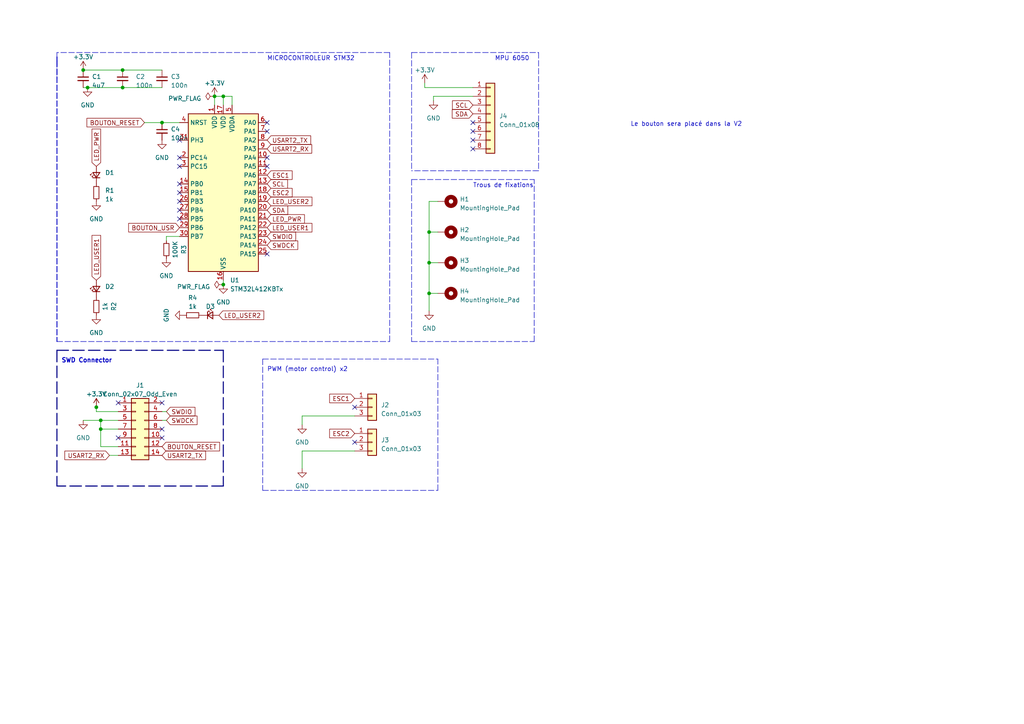
<source format=kicad_sch>
(kicad_sch (version 20230121) (generator eeschema)
  (paper "A4")
  (lib_symbols
    (symbol "Connector_Generic:Conn_01x03" (pin_names (offset 1.016) hide)
      (property "Reference" "J" (at 0 5.08 0))
      (property "Value" "Conn_01x03" (at 0 -5.08 0))
      (symbol "Conn_01x03_1_1"
        (rectangle (start -1.27 -2.413) (end 0 -2.667) (stroke (width 0.1524)))
        (rectangle (start -1.27 0.127) (end 0 -0.127) (stroke (width 0.1524)))
        (rectangle (start -1.27 2.667) (end 0 2.413) (stroke (width 0.1524)))
        (rectangle (start -1.27 3.81) (end 1.27 -3.81) (stroke (width 0.254)) (fill (type background)))
        (pin passive line (at -5.08 2.54 0) (length 3.81) (name "Pin_1") (number "1"))
        (pin passive line (at -5.08 0 0) (length 3.81) (name "Pin_2") (number "2"))
        (pin passive line (at -5.08 -2.54 0) (length 3.81) (name "Pin_3") (number "3"))
      )
    )
    (symbol "Connector_Generic:Conn_01x08" (pin_names (offset 1.016) hide)
      (property "Reference" "J" (at 0 10.16 0))
      (property "Value" "Conn_01x08" (at 0 -12.7 0))
      (symbol "Conn_01x08_1_1"
        (rectangle (start -1.27 -10.033) (end 0 -10.287) (stroke (width 0.1524)))
        (rectangle (start -1.27 -7.493) (end 0 -7.747) (stroke (width 0.1524)))
        (rectangle (start -1.27 -4.953) (end 0 -5.207) (stroke (width 0.1524)))
        (rectangle (start -1.27 -2.413) (end 0 -2.667) (stroke (width 0.1524)))
        (rectangle (start -1.27 0.127) (end 0 -0.127) (stroke (width 0.1524)))
        (rectangle (start -1.27 2.667) (end 0 2.413) (stroke (width 0.1524)))
        (rectangle (start -1.27 5.207) (end 0 4.953) (stroke (width 0.1524)))
        (rectangle (start -1.27 7.747) (end 0 7.493) (stroke (width 0.1524)))
        (rectangle (start -1.27 8.89) (end 1.27 -11.43) (stroke (width 0.254)) (fill (type background)))
        (pin passive line (at -5.08 7.62 0) (length 3.81) (name "Pin_1") (number "1"))
        (pin passive line (at -5.08 5.08 0) (length 3.81) (name "Pin_2") (number "2"))
        (pin passive line (at -5.08 2.54 0) (length 3.81) (name "Pin_3") (number "3"))
        (pin passive line (at -5.08 0 0) (length 3.81) (name "Pin_4") (number "4"))
        (pin passive line (at -5.08 -2.54 0) (length 3.81) (name "Pin_5") (number "5"))
        (pin passive line (at -5.08 -5.08 0) (length 3.81) (name "Pin_6") (number "6"))
        (pin passive line (at -5.08 -7.62 0) (length 3.81) (name "Pin_7") (number "7"))
        (pin passive line (at -5.08 -10.16 0) (length 3.81) (name "Pin_8") (number "8"))
      )
    )
    (symbol "Connector_Generic:Conn_02x07_Odd_Even" (pin_names (offset 1.016) hide)
      (property "Reference" "J" (at 1.27 10.16 0))
      (property "Value" "Conn_02x07_Odd_Even" (at 1.27 -10.16 0))
      (symbol "Conn_02x07_Odd_Even_1_1"
        (rectangle (start -1.27 -7.493) (end 0 -7.747) (stroke (width 0.1524)))
        (rectangle (start -1.27 -4.953) (end 0 -5.207) (stroke (width 0.1524)))
        (rectangle (start -1.27 -2.413) (end 0 -2.667) (stroke (width 0.1524)))
        (rectangle (start -1.27 0.127) (end 0 -0.127) (stroke (width 0.1524)))
        (rectangle (start -1.27 2.667) (end 0 2.413) (stroke (width 0.1524)))
        (rectangle (start -1.27 5.207) (end 0 4.953) (stroke (width 0.1524)))
        (rectangle (start -1.27 7.747) (end 0 7.493) (stroke (width 0.1524)))
        (rectangle (start -1.27 8.89) (end 3.81 -8.89) (stroke (width 0.254)) (fill (type background)))
        (rectangle (start 3.81 -7.493) (end 2.54 -7.747) (stroke (width 0.1524)))
        (rectangle (start 3.81 -4.953) (end 2.54 -5.207) (stroke (width 0.1524)))
        (rectangle (start 3.81 -2.413) (end 2.54 -2.667) (stroke (width 0.1524)))
        (rectangle (start 3.81 0.127) (end 2.54 -0.127) (stroke (width 0.1524)))
        (rectangle (start 3.81 2.667) (end 2.54 2.413) (stroke (width 0.1524)))
        (rectangle (start 3.81 5.207) (end 2.54 4.953) (stroke (width 0.1524)))
        (rectangle (start 3.81 7.747) (end 2.54 7.493) (stroke (width 0.1524)))
        (pin passive line (at -5.08 7.62 0) (length 3.81) (name "Pin_1") (number "1"))
        (pin passive line (at 7.62 -2.54 180) (length 3.81) (name "Pin_10") (number "10"))
        (pin passive line (at -5.08 -5.08 0) (length 3.81) (name "Pin_11") (number "11"))
        (pin passive line (at 7.62 -5.08 180) (length 3.81) (name "Pin_12") (number "12"))
        (pin passive line (at -5.08 -7.62 0) (length 3.81) (name "Pin_13") (number "13"))
        (pin passive line (at 7.62 -7.62 180) (length 3.81) (name "Pin_14") (number "14"))
        (pin passive line (at 7.62 7.62 180) (length 3.81) (name "Pin_2") (number "2"))
        (pin passive line (at -5.08 5.08 0) (length 3.81) (name "Pin_3") (number "3"))
        (pin passive line (at 7.62 5.08 180) (length 3.81) (name "Pin_4") (number "4"))
        (pin passive line (at -5.08 2.54 0) (length 3.81) (name "Pin_5") (number "5"))
        (pin passive line (at 7.62 2.54 180) (length 3.81) (name "Pin_6") (number "6"))
        (pin passive line (at -5.08 0 0) (length 3.81) (name "Pin_7") (number "7"))
        (pin passive line (at 7.62 0 180) (length 3.81) (name "Pin_8") (number "8"))
        (pin passive line (at -5.08 -2.54 0) (length 3.81) (name "Pin_9") (number "9"))
      )
    )
    (symbol "Device:C_Small" (pin_numbers hide) (pin_names (offset 0.254) hide)
      (property "Reference" "C" (at 0.254 1.778 0))
      (property "Value" "C_Small" (at 0.254 -2.032 0))
      (symbol "C_Small_0_1"
        (polyline (pts (xy -1.524 -0.508) (xy 1.524 -0.508)) (stroke (width 0.3302)))
        (polyline (pts (xy -1.524 0.508) (xy 1.524 0.508)) (stroke (width 0.3048)))
      )
      (symbol "C_Small_1_1"
        (pin passive line (at 0 2.54 270) (length 2.032) (name "~") (number "1"))
        (pin passive line (at 0 -2.54 90) (length 2.032) (name "~") (number "2"))
      )
    )
    (symbol "Device:LED_Small" (pin_numbers hide) (pin_names (offset 0.254) hide)
      (property "Reference" "D" (at -1.27 3.175 0))
      (property "Value" "LED_Small" (at -4.445 -2.54 0))
      (symbol "LED_Small_0_1"
        (polyline (pts (xy -0.762 -1.016) (xy -0.762 1.016)) (stroke (width 0.254)))
        (polyline (pts (xy 1.016 0) (xy -0.762 0)))
        (polyline (pts (xy 0.762 -1.016) (xy -0.762 0) (xy 0.762 1.016) (xy 0.762 -1.016)) (stroke (width 0.254)))
        (polyline (pts (xy 0 0.762) (xy -0.508 1.27) (xy -0.254 1.27) (xy -0.508 1.27) (xy -0.508 1.016)))
        (polyline (pts (xy 0.508 1.27) (xy 0 1.778) (xy 0.254 1.778) (xy 0 1.778) (xy 0 1.524)))
      )
      (symbol "LED_Small_1_1"
        (pin passive line (at -2.54 0 0) (length 1.778) (name "K") (number "1"))
        (pin passive line (at 2.54 0 180) (length 1.778) (name "A") (number "2"))
      )
    )
    (symbol "Device:R_Small" (pin_numbers hide) (pin_names (offset 0.254) hide)
      (property "Reference" "R" (at 0.762 0.508 0))
      (property "Value" "R_Small" (at 0.762 -1.016 0))
      (symbol "R_Small_0_1"
        (rectangle (start -0.762 1.778) (end 0.762 -1.778) (stroke (width 0.2032)))
      )
      (symbol "R_Small_1_1"
        (pin passive line (at 0 2.54 270) (length 0.762) (name "~") (number "1"))
        (pin passive line (at 0 -2.54 90) (length 0.762) (name "~") (number "2"))
      )
    )
    (symbol "MCU_ST_STM32L4:STM32L412KBTx"
      (property "Reference" "U" (at -10.16 24.13 0))
      (property "Value" "STM32L412KBTx" (at 5.08 24.13 0))
      (symbol "STM32L412KBTx_0_1"
        (rectangle (start -10.16 22.86) (end 10.16 -22.86) (stroke (width 0.254)) (fill (type background)))
      )
      (symbol "STM32L412KBTx_1_1"
        (pin power_in line (at -2.54 25.4 270) (length 2.54) (name "VDD") (number "1"))
        (pin bidirectional line (at 12.7 10.16 180) (length 2.54) (name "PA4") (number "10"))
        (pin bidirectional line (at 12.7 7.62 180) (length 2.54) (name "PA5") (number "11"))
        (pin bidirectional line (at 12.7 5.08 180) (length 2.54) (name "PA6") (number "12"))
        (pin bidirectional line (at 12.7 2.54 180) (length 2.54) (name "PA7") (number "13"))
        (pin bidirectional line (at -12.7 2.54 0) (length 2.54) (name "PB0") (number "14"))
        (pin bidirectional line (at -12.7 0 0) (length 2.54) (name "PB1") (number "15"))
        (pin power_in line (at 0 -25.4 90) (length 2.54) (name "VSS") (number "16"))
        (pin power_in line (at 0 25.4 270) (length 2.54) (name "VDD") (number "17"))
        (pin bidirectional line (at 12.7 0 180) (length 2.54) (name "PA8") (number "18"))
        (pin bidirectional line (at 12.7 -2.54 180) (length 2.54) (name "PA9") (number "19"))
        (pin bidirectional line (at -12.7 10.16 0) (length 2.54) (name "PC14") (number "2"))
        (pin bidirectional line (at 12.7 -5.08 180) (length 2.54) (name "PA10") (number "20"))
        (pin bidirectional line (at 12.7 -7.62 180) (length 2.54) (name "PA11") (number "21"))
        (pin bidirectional line (at 12.7 -10.16 180) (length 2.54) (name "PA12") (number "22"))
        (pin bidirectional line (at 12.7 -12.7 180) (length 2.54) (name "PA13") (number "23"))
        (pin bidirectional line (at 12.7 -15.24 180) (length 2.54) (name "PA14") (number "24"))
        (pin bidirectional line (at 12.7 -17.78 180) (length 2.54) (name "PA15") (number "25"))
        (pin bidirectional line (at -12.7 -2.54 0) (length 2.54) (name "PB3") (number "26"))
        (pin bidirectional line (at -12.7 -5.08 0) (length 2.54) (name "PB4") (number "27"))
        (pin bidirectional line (at -12.7 -7.62 0) (length 2.54) (name "PB5") (number "28"))
        (pin bidirectional line (at -12.7 -10.16 0) (length 2.54) (name "PB6") (number "29"))
        (pin bidirectional line (at -12.7 7.62 0) (length 2.54) (name "PC15") (number "3"))
        (pin bidirectional line (at -12.7 -12.7 0) (length 2.54) (name "PB7") (number "30"))
        (pin bidirectional line (at -12.7 15.24 0) (length 2.54) (name "PH3") (number "31"))
        (pin passive line (at 0 -25.4 90) (length 2.54) hide (name "VSS") (number "32"))
        (pin input line (at -12.7 20.32 0) (length 2.54) (name "NRST") (number "4"))
        (pin power_in line (at 2.54 25.4 270) (length 2.54) (name "VDDA") (number "5"))
        (pin bidirectional line (at 12.7 20.32 180) (length 2.54) (name "PA0") (number "6"))
        (pin bidirectional line (at 12.7 17.78 180) (length 2.54) (name "PA1") (number "7"))
        (pin bidirectional line (at 12.7 15.24 180) (length 2.54) (name "PA2") (number "8"))
        (pin bidirectional line (at 12.7 12.7 180) (length 2.54) (name "PA3") (number "9"))
      )
    )
    (symbol "Mechanical:MountingHole_Pad" (pin_numbers hide) (pin_names (offset 1.016) hide)
      (property "Reference" "H" (at 0 6.35 0))
      (property "Value" "MountingHole_Pad" (at 0 4.445 0))
      (symbol "MountingHole_Pad_0_1"
        (circle (center 0 1.27) (radius 1.27) (stroke (width 1.27)))
      )
      (symbol "MountingHole_Pad_1_1"
        (pin input line (at 0 -2.54 90) (length 2.54) (name "1") (number "1"))
      )
    )
    (symbol "power:+3.3V" (power) (pin_names (offset 0))
      (property "Value" "+3.3V" (at 0 3.556 0))
      (symbol "+3.3V_0_1"
        (polyline (pts (xy -0.762 1.27) (xy 0 2.54)))
        (polyline (pts (xy 0 0) (xy 0 2.54)))
        (polyline (pts (xy 0 2.54) (xy 0.762 1.27)))
      )
      (symbol "+3.3V_1_1"
        (pin power_in line (at 0 0 90) (length 0) hide (name "+3.3V") (number "1"))
      )
    )
    (symbol "power:GND" (power) (pin_names (offset 0))
      (property "Value" "GND" (at 0 -3.81 0))
      (symbol "GND_0_1"
        (polyline (pts (xy 0 0) (xy 0 -1.27) (xy 1.27 -1.27) (xy 0 -2.54) (xy -1.27 -1.27) (xy 0 -1.27)))
      )
      (symbol "GND_1_1"
        (pin power_in line (at 0 0 270) (length 0) hide (name "GND") (number "1"))
      )
    )
    (symbol "power:PWR_FLAG" (power) (pin_numbers hide) (pin_names (offset 0) hide)
      (property "Value" "PWR_FLAG" (at 0 3.81 0))
      (symbol "PWR_FLAG_0_0"
        (pin power_out line (at 0 0 90) (length 0) (name "pwr") (number "1"))
      )
      (symbol "PWR_FLAG_0_1"
        (polyline (pts (xy 0 0) (xy 0 1.27) (xy -1.016 1.905) (xy 0 2.54) (xy 1.016 1.905) (xy 0 1.27)))
      )
    )
  )
  (junction (at 29.21 121.92))
  (junction (at 24.13 20.32))
  (junction (at 29.21 124.46))
  (junction (at 35.56 20.32))
  (junction (at 64.77 82.55))
  (junction (at 46.99 35.56))
  (junction (at 124.46 76.2))
  (junction (at 64.77 27.94))
  (junction (at 62.23 27.94))
  (junction (at 124.46 85.09))
  (junction (at 25.4 25.4))
  (junction (at 35.56 25.4))
  (junction (at 27.94 118.11))
  (junction (at 124.46 67.31))
  (no_connect (at 77.47 35.56))
  (no_connect (at 52.07 58.42))
  (no_connect (at 34.29 127))
  (no_connect (at 137.16 43.18))
  (no_connect (at 46.99 116.84))
  (no_connect (at 46.99 127))
  (no_connect (at 137.16 38.1))
  (no_connect (at 102.87 118.11))
  (no_connect (at 77.47 38.1))
  (no_connect (at 46.99 124.46))
  (no_connect (at 77.47 73.66))
  (no_connect (at 52.07 53.34))
  (no_connect (at 52.07 55.88))
  (no_connect (at 52.07 40.64))
  (no_connect (at 77.47 48.26))
  (no_connect (at 34.29 116.84))
  (no_connect (at 102.87 128.27))
  (no_connect (at 52.07 63.5))
  (no_connect (at 137.16 40.64))
  (no_connect (at 52.07 45.72))
  (no_connect (at 52.07 60.96))
  (no_connect (at 52.07 48.26))
  (no_connect (at 77.47 45.72))
  (no_connect (at 137.16 35.56))
  (polyline (pts (xy 16.51 17.78) (xy 16.51 99.06)) (stroke (width 0) (type dash)))
  (polyline (pts (xy 16.51 17.78) (xy 16.51 99.06)) (stroke (width 0) (type dash)))
  (wire (pts (xy 123.19 25.4) (xy 123.19 24.13)))
  (wire (pts (xy 67.31 27.94) (xy 67.31 30.48)))
  (wire (pts (xy 124.46 76.2) (xy 124.46 85.09)))
  (polyline (pts (xy 156.21 15.24) (xy 156.21 49.53)) (stroke (width 0) (type dash)))
  (polyline (pts (xy 16.51 16.51) (xy 16.51 17.78)) (stroke (width 0) (type dash)))
  (wire (pts (xy 27.94 119.38) (xy 27.94 118.11)))
  (wire (pts (xy 64.77 27.94) (xy 62.23 27.94)))
  (wire (pts (xy 41.91 35.56) (xy 46.99 35.56)))
  (polyline (pts (xy 16.51 17.78) (xy 16.51 99.06)) (stroke (width 0) (type dash)))
  (polyline (pts (xy 16.51 99.06) (xy 113.03 99.06)) (stroke (width 0) (type dash)))
  (polyline (pts (xy 16.51 15.24) (xy 16.51 22.86)) (stroke (width 0) (type dash)))
  (wire (pts (xy 125.73 29.21) (xy 125.73 27.94)))
  (polyline (pts (xy 119.38 52.07) (xy 119.38 99.06)) (stroke (width 0) (type dash)))
  (polyline (pts (xy 119.38 52.07) (xy 154.94 52.07)) (stroke (width 0) (type dash)))
  (polyline (pts (xy 156.21 49.53) (xy 119.38 49.53)) (stroke (width 0) (type dash)))
  (polyline (pts (xy 76.2 142.24) (xy 127 142.24)) (stroke (width 0) (type dash)))
  (polyline (pts (xy 127 142.24) (xy 127 104.14)) (stroke (width 0) (type dash)))
  (wire (pts (xy 124.46 58.42) (xy 124.46 67.31)))
  (bus (pts (xy 16.51 101.6) (xy 64.77 101.6)) (stroke (width 0) (type dash)))
  (wire (pts (xy 48.26 119.38) (xy 46.99 119.38)))
  (wire (pts (xy 48.26 69.85) (xy 48.26 68.58)))
  (bus (pts (xy 64.77 101.6) (xy 64.77 140.97)) (stroke (width 0) (type dash)))
  (wire (pts (xy 46.99 35.56) (xy 52.07 35.56)))
  (wire (pts (xy 64.77 27.94) (xy 67.31 27.94)))
  (wire (pts (xy 35.56 20.32) (xy 46.99 20.32)))
  (wire (pts (xy 87.63 135.89) (xy 87.63 130.81)))
  (wire (pts (xy 64.77 30.48) (xy 64.77 27.94)))
  (wire (pts (xy 62.23 27.94) (xy 62.23 30.48)))
  (wire (pts (xy 24.13 121.92) (xy 29.21 121.92)))
  (polyline (pts (xy 113.03 99.06) (xy 113.03 15.24)) (stroke (width 0) (type dash)))
  (wire (pts (xy 24.13 20.32) (xy 35.56 20.32)))
  (polyline (pts (xy 76.2 104.14) (xy 76.2 142.24)) (stroke (width 0) (type dash)))
  (wire (pts (xy 87.63 123.19) (xy 87.63 120.65)))
  (wire (pts (xy 127 58.42) (xy 124.46 58.42)))
  (wire (pts (xy 29.21 121.92) (xy 34.29 121.92)))
  (wire (pts (xy 48.26 68.58) (xy 52.07 68.58)))
  (wire (pts (xy 64.77 82.55) (xy 64.77 81.28)))
  (wire (pts (xy 124.46 67.31) (xy 124.46 76.2)))
  (wire (pts (xy 24.13 25.4) (xy 25.4 25.4)))
  (wire (pts (xy 29.21 121.92) (xy 29.21 124.46)))
  (polyline (pts (xy 16.51 17.78) (xy 16.51 19.05)) (stroke (width 0) (type dash)))
  (polyline (pts (xy 119.38 99.06) (xy 154.94 99.06)) (stroke (width 0) (type dash)))
  (wire (pts (xy 124.46 85.09) (xy 127 85.09)))
  (wire (pts (xy 31.75 132.08) (xy 34.29 132.08)))
  (wire (pts (xy 29.21 124.46) (xy 29.21 129.54)))
  (polyline (pts (xy 16.51 16.51) (xy 16.51 17.78)) (stroke (width 0) (type dash)))
  (polyline (pts (xy 16.51 16.51) (xy 16.51 17.78)) (stroke (width 0) (type dash)))
  (wire (pts (xy 125.73 27.94) (xy 137.16 27.94)))
  (wire (pts (xy 25.4 25.4) (xy 35.56 25.4)))
  (wire (pts (xy 29.21 124.46) (xy 34.29 124.46)))
  (bus (pts (xy 16.51 101.6) (xy 16.51 140.97)) (stroke (width 0) (type dash)))
  (wire (pts (xy 124.46 76.2) (xy 127 76.2)))
  (wire (pts (xy 124.46 85.09) (xy 124.46 90.17)))
  (wire (pts (xy 87.63 120.65) (xy 102.87 120.65)))
  (polyline (pts (xy 119.38 15.24) (xy 119.38 49.53)) (stroke (width 0) (type dash)))
  (polyline (pts (xy 154.94 99.06) (xy 154.94 52.07)) (stroke (width 0) (type dash)))
  (wire (pts (xy 48.26 121.92) (xy 46.99 121.92)))
  (polyline (pts (xy 16.51 16.51) (xy 16.51 17.78)) (stroke (width 0) (type dash)))
  (wire (pts (xy 29.21 129.54) (xy 34.29 129.54)))
  (wire (pts (xy 35.56 25.4) (xy 46.99 25.4)))
  (wire (pts (xy 34.29 119.38) (xy 27.94 119.38)))
  (bus (pts (xy 64.77 140.97) (xy 16.51 140.97)) (stroke (width 0) (type dash)))
  (polyline (pts (xy 119.38 15.24) (xy 156.21 15.24)) (stroke (width 0) (type dash)))
  (wire (pts (xy 137.16 25.4) (xy 123.19 25.4)))
  (wire (pts (xy 87.63 130.81) (xy 102.87 130.81)))
  (polyline (pts (xy 76.2 104.14) (xy 127 104.14)) (stroke (width 0) (type dash)))
  (polyline (pts (xy 113.03 15.24) (xy 16.51 15.24)) (stroke (width 0) (type dash)))
  (wire (pts (xy 124.46 67.31) (xy 127 67.31)))
  (text "PWM (motor control) x2\n" (at 77.47 107.95 0) (effects (font (size 1.27 1.27)) (justify left bottom)))
  (text "MPU 6050" (at 143.51 17.78 0) (effects (font (size 1.27 1.27)) (justify left bottom)))
  (text "Le bouton sera placé dans la V2" (at 182.88 36.83 0) (effects (font (size 1.27 1.27)) (justify left bottom)))
  (text "Trous de fixations" (at 137.16 54.61 0) (effects (font (size 1.27 1.27)) (justify left bottom)))
  (text "MICROCONTROLEUR STM32 " (at 77.47 17.78 0) (effects (font (size 1.27 1.27)) (justify left bottom)))
  (text "SWD Connector" (at 17.78 105.41 0) (effects (font (size 1.27 1.27) (thickness 0.254) bold) (justify left bottom)))
  (global_label "SWDIO" (shape input) (at 77.47 68.58 0) (property "Intersheetrefs" "${INTERSHEET_REFS}" (effects hide)))
  (global_label "BOUTON_RESET" (shape input) (at 46.99 129.54 0) (property "Intersheetrefs" "${INTERSHEET_REFS}" (effects hide)))
  (global_label "SDA" (shape input) (at 137.16 33.02 180) (property "Intersheetrefs" "${INTERSHEET_REFS}" (effects hide)))
  (global_label "SWDIO" (shape input) (at 48.26 119.38 0) (property "Intersheetrefs" "${INTERSHEET_REFS}" (effects hide)))
  (global_label "BOUTON_USR" (shape input) (at 52.07 66.04 180) (property "Intersheetrefs" "${INTERSHEET_REFS}" (effects hide)))
  (global_label "SWDCK" (shape input) (at 77.47 71.12 0) (property "Intersheetrefs" "${INTERSHEET_REFS}" (effects hide)))
  (global_label "LED_USER1" (shape input) (at 27.94 81.28 90) (property "Intersheetrefs" "${INTERSHEET_REFS}" (effects hide)))
  (global_label "USART2_TX" (shape input) (at 77.47 40.64 0) (property "Intersheetrefs" "${INTERSHEET_REFS}" (effects hide)))
  (global_label "SWDCK" (shape input) (at 48.26 121.92 0) (property "Intersheetrefs" "${INTERSHEET_REFS}" (effects hide)))
  (global_label "LED_USER2" (shape input) (at 63.5 91.44 0) (property "Intersheetrefs" "${INTERSHEET_REFS}" (effects hide)))
  (global_label "USART2_TX" (shape input) (at 46.99 132.08 0) (property "Intersheetrefs" "${INTERSHEET_REFS}" (effects hide)))
  (global_label "SCL" (shape input) (at 77.47 53.34 0) (property "Intersheetrefs" "${INTERSHEET_REFS}" (effects hide)))
  (global_label "ESC2" (shape input) (at 102.87 125.73 180) (property "Intersheetrefs" "${INTERSHEET_REFS}" (effects hide)))
  (global_label "LED_PWR" (shape input) (at 27.94 48.26 90) (property "Intersheetrefs" "${INTERSHEET_REFS}" (effects hide)))
  (global_label "LED_PWR" (shape input) (at 77.47 63.5 0) (property "Intersheetrefs" "${INTERSHEET_REFS}" (effects hide)))
  (global_label "LED_USER2" (shape input) (at 77.47 58.42 0) (property "Intersheetrefs" "${INTERSHEET_REFS}" (effects hide)))
  (global_label "USART2_RX" (shape input) (at 77.47 43.18 0) (property "Intersheetrefs" "${INTERSHEET_REFS}" (effects hide)))
  (global_label "USART2_RX" (shape input) (at 31.75 132.08 180) (property "Intersheetrefs" "${INTERSHEET_REFS}" (effects hide)))
  (global_label "ESC2" (shape input) (at 77.47 55.88 0) (property "Intersheetrefs" "${INTERSHEET_REFS}" (effects hide)))
  (global_label "SDA" (shape input) (at 77.47 60.96 0) (property "Intersheetrefs" "${INTERSHEET_REFS}" (effects hide)))
  (global_label "ESC1" (shape input) (at 77.47 50.8 0) (property "Intersheetrefs" "${INTERSHEET_REFS}" (effects hide)))
  (global_label "BOUTON_RESET" (shape input) (at 41.91 35.56 180) (property "Intersheetrefs" "${INTERSHEET_REFS}" (effects hide)))
  (global_label "ESC1" (shape input) (at 102.87 115.57 180) (property "Intersheetrefs" "${INTERSHEET_REFS}" (effects hide)))
  (global_label "SCL" (shape input) (at 137.16 30.48 180) (property "Intersheetrefs" "${INTERSHEET_REFS}" (effects hide)))
  (global_label "LED_USER1" (shape input) (at 77.47 66.04 0) (property "Intersheetrefs" "${INTERSHEET_REFS}" (effects hide)))
  (symbol (lib_id "Connector_Generic:Conn_01x03") (at 107.95 118.11 0) (unit 1)
    (property "Reference" "J2" (at 110.49 117.475 0) (effects (justify left)))
    (property "Value" "Conn_01x03" (at 110.49 120.015 0) (effects (justify left)))
    (property "Footprint" "Connector_JST:JST_XH_B3B-XH-A_1x03_P2.50mm_Vertical" (effects hide))
  )
  (symbol (lib_id "power:GND") (at 87.63 135.89 0) (unit 1)
    (property "Reference" "#PWR014" (effects hide))
    (property "Value" "GND" (at 87.63 140.97 0))
  )
  (symbol (lib_id "power:GND") (at 125.73 29.21 0) (unit 1)
    (property "Reference" "#PWR017" (effects hide))
    (property "Value" "GND" (at 125.73 34.29 0))
  )
  (symbol (lib_id "power:GND") (at 64.77 82.55 0) (unit 1)
    (property "Reference" "#PWR012" (effects hide))
    (property "Value" "GND" (at 64.77 87.63 0))
  )
  (symbol (lib_id "Device:R_Small") (at 27.94 55.88 0) (unit 1)
    (property "Reference" "R1" (at 30.48 55.245 0) (effects (justify left)))
    (property "Value" "1k" (at 30.48 57.785 0) (effects (justify left)))
    (property "Footprint" "Resistor_SMD:R_0603_1608Metric_Pad0.98x0.95mm_HandSolder" (effects hide))
  )
  (symbol (lib_id "Mechanical:MountingHole_Pad") (at 129.54 85.09 270) (unit 1)
    (property "Reference" "H4" (at 133.35 84.455 90) (effects (justify left)))
    (property "Value" "MountingHole_Pad" (at 133.35 86.995 90) (effects (justify left)))
    (property "Footprint" "MountingHole:MountingHole_3.2mm_M3_DIN965_Pad" (effects hide))
  )
  (symbol (lib_id "power:GND") (at 27.94 58.42 0) (unit 1)
    (property "Reference" "#PWR04" (effects hide))
    (property "Value" "GND" (at 27.94 63.5 0))
  )
  (symbol (lib_id "power:+3.3V") (at 62.23 27.94 0) (unit 1)
    (property "Reference" "#PWR011" (effects hide))
    (property "Value" "+3.3V" (at 62.23 24.13 0))
  )
  (symbol (lib_id "Device:LED_Small") (at 27.94 50.8 90) (unit 1)
    (property "Reference" "D1" (at 30.48 50.1015 90) (effects (justify right)))
    (property "Value" "LED_Small" (effects hide))
    (property "Footprint" "LED_SMD:LED_0603_1608Metric_Pad1.05x0.95mm_HandSolder" (effects hide))
  )
  (symbol (lib_id "power:GND") (at 53.34 91.44 270) (unit 1)
    (property "Reference" "#PWR010" (effects hide))
    (property "Value" "GND" (at 48.26 91.44 0))
  )
  (symbol (lib_id "Mechanical:MountingHole_Pad") (at 129.54 58.42 270) (unit 1)
    (property "Reference" "H1" (at 133.35 57.785 90) (effects (justify left)))
    (property "Value" "MountingHole_Pad" (at 133.35 60.325 90) (effects (justify left)))
    (property "Footprint" "MountingHole:MountingHole_3.2mm_M3_DIN965_Pad" (effects hide))
  )
  (symbol (lib_id "Connector_Generic:Conn_01x08") (at 142.24 33.02 0) (unit 1)
    (property "Reference" "J4" (at 144.78 33.655 0) (effects (justify left)))
    (property "Value" "Conn_01x08" (at 144.78 36.195 0) (effects (justify left)))
    (property "Footprint" "Connector_JST:JST_XH_B8B-XH-A_1x08_P2.50mm_Vertical" (effects hide))
  )
  (symbol (lib_id "Device:C_Small") (at 24.13 22.86 0) (unit 1)
    (property "Reference" "C1" (at 26.67 22.2313 0) (effects (justify left)))
    (property "Value" "4u7" (at 26.67 24.7713 0) (effects (justify left)))
    (property "Footprint" "Capacitor_SMD:C_0603_1608Metric_Pad1.08x0.95mm_HandSolder" (effects hide))
  )
  (symbol (lib_id "power:+3.3V") (at 27.94 118.11 0) (unit 1)
    (property "Reference" "#PWR06" (effects hide))
    (property "Value" "+3.3V" (at 27.94 114.3 0))
  )
  (symbol (lib_id "Device:LED_Small") (at 27.94 83.82 90) (unit 1)
    (property "Reference" "D2" (at 30.48 83.1215 90) (effects (justify right)))
    (property "Value" "LED_Small" (effects hide))
    (property "Footprint" "LED_SMD:LED_0603_1608Metric_Pad1.05x0.95mm_HandSolder" (effects hide))
  )
  (symbol (lib_id "Device:C_Small") (at 35.56 22.86 0) (unit 1)
    (property "Reference" "C2" (at 39.37 22.2313 0) (effects (justify left)))
    (property "Value" "100n" (at 39.37 24.7713 0) (effects (justify left)))
    (property "Footprint" "Capacitor_SMD:C_0603_1608Metric_Pad1.08x0.95mm_HandSolder" (effects hide))
  )
  (symbol (lib_id "Mechanical:MountingHole_Pad") (at 129.54 76.2 270) (unit 1)
    (property "Reference" "H3" (at 133.35 75.565 90) (effects (justify left)))
    (property "Value" "MountingHole_Pad" (at 133.35 78.105 90) (effects (justify left)))
    (property "Footprint" "MountingHole:MountingHole_3.2mm_M3_DIN965_Pad" (effects hide))
  )
  (symbol (lib_id "power:+3.3V") (at 24.13 20.32 0) (unit 1)
    (property "Reference" "#PWR01" (effects hide))
    (property "Value" "+3.3V" (at 24.13 16.51 0))
  )
  (symbol (lib_id "Mechanical:MountingHole_Pad") (at 129.54 67.31 270) (unit 1)
    (property "Reference" "H2" (at 133.35 66.675 90) (effects (justify left)))
    (property "Value" "MountingHole_Pad" (at 133.35 69.215 90) (effects (justify left)))
    (property "Footprint" "MountingHole:MountingHole_3.2mm_M3_DIN965_Pad" (effects hide))
  )
  (symbol (lib_id "power:GND") (at 27.94 91.44 0) (unit 1)
    (property "Reference" "#PWR05" (effects hide))
    (property "Value" "GND" (at 27.94 96.52 0))
  )
  (symbol (lib_id "power:PWR_FLAG") (at 64.77 82.55 90) (unit 1)
    (property "Reference" "#FLG02" (effects hide))
    (property "Value" "PWR_FLAG" (at 60.96 83.185 90) (effects (justify left)))
  )
  (symbol (lib_id "Connector_Generic:Conn_01x03") (at 107.95 128.27 0) (unit 1)
    (property "Reference" "J3" (at 110.49 127.635 0) (effects (justify left)))
    (property "Value" "Conn_01x03" (at 110.49 130.175 0) (effects (justify left)))
    (property "Footprint" "Connector_JST:JST_XH_B3B-XH-A_1x03_P2.50mm_Vertical" (effects hide))
  )
  (symbol (lib_id "power:+3.3V") (at 123.19 24.13 0) (unit 1)
    (property "Reference" "#PWR015" (effects hide))
    (property "Value" "+3.3V" (at 123.19 20.32 0))
  )
  (symbol (lib_id "Device:LED_Small") (at 60.96 91.44 0) (unit 1)
    (property "Reference" "D3" (at 61.0235 88.9 0))
    (property "Value" "LED_Small" (effects hide))
    (property "Footprint" "LED_SMD:LED_0603_1608Metric_Pad1.05x0.95mm_HandSolder" (effects hide))
  )
  (symbol (lib_id "Device:C_Small") (at 46.99 22.86 0) (unit 1)
    (property "Reference" "C3" (at 49.53 22.2313 0) (effects (justify left)))
    (property "Value" "100n" (at 49.53 24.7713 0) (effects (justify left)))
    (property "Footprint" "Capacitor_SMD:C_0603_1608Metric_Pad1.08x0.95mm_HandSolder" (effects hide))
  )
  (symbol (lib_id "power:GND") (at 25.4 25.4 0) (unit 1)
    (property "Reference" "#PWR03" (effects hide))
    (property "Value" "GND" (at 25.4 30.48 0))
  )
  (symbol (lib_id "power:PWR_FLAG") (at 62.23 27.94 90) (unit 1)
    (property "Reference" "#FLG01" (effects hide))
    (property "Value" "PWR_FLAG" (at 58.42 28.575 90) (effects (justify left)))
  )
  (symbol (lib_id "power:GND") (at 48.26 74.93 0) (unit 1)
    (property "Reference" "#PWR09" (effects hide))
    (property "Value" "GND" (at 48.26 80.01 0))
  )
  (symbol (lib_id "power:GND") (at 24.13 121.92 0) (unit 1)
    (property "Reference" "#PWR02" (effects hide))
    (property "Value" "GND" (at 24.13 127 0))
  )
  (symbol (lib_id "Connector_Generic:Conn_02x07_Odd_Even") (at 39.37 124.46 0) (unit 1)
    (property "Reference" "J1" (at 40.64 111.76 0))
    (property "Value" "Conn_02x07_Odd_Even" (at 40.64 114.3 0))
    (property "Footprint" "Connector_PinHeader_1.27mm:PinHeader_2x07_P1.27mm_Vertical_SMD" (effects hide))
  )
  (symbol (lib_id "power:GND") (at 46.99 40.64 0) (unit 1)
    (property "Reference" "#PWR08" (effects hide))
    (property "Value" "GND" (at 46.99 45.72 0))
  )
  (symbol (lib_id "Device:R_Small") (at 55.88 91.44 270) (unit 1)
    (property "Reference" "R4" (at 55.88 86.36 90))
    (property "Value" "1k" (at 55.88 88.9 90))
    (property "Footprint" "Resistor_SMD:R_0603_1608Metric_Pad0.98x0.95mm_HandSolder" (effects hide))
  )
  (symbol (lib_id "Device:C_Small") (at 46.99 38.1 0) (unit 1)
    (property "Reference" "C4" (at 49.53 37.4713 0) (effects (justify left)))
    (property "Value" "100n" (at 49.53 40.0113 0) (effects (justify left)))
    (property "Footprint" "Capacitor_SMD:C_0603_1608Metric_Pad1.08x0.95mm_HandSolder" (effects hide))
  )
  (symbol (lib_id "power:GND") (at 87.63 123.19 0) (unit 1)
    (property "Reference" "#PWR013" (effects hide))
    (property "Value" "GND" (at 87.63 128.27 0))
  )
  (symbol (lib_id "power:+3.3V") (at 27.94 118.11 0) (unit 1)
    (property "Reference" "#PWR07" (effects hide))
    (property "Value" "+3.3V" (at 27.94 114.3 0))
  )
  (symbol (lib_id "Device:R_Small") (at 27.94 88.9 0) (unit 1)
    (property "Reference" "R2" (at 33.02 88.9 90))
    (property "Value" "1k" (at 30.48 88.9 90))
    (property "Footprint" "Resistor_SMD:R_0603_1608Metric_Pad0.98x0.95mm_HandSolder" (effects hide))
  )
  (symbol (lib_id "MCU_ST_STM32L4:STM32L412KBTx") (at 64.77 55.88 0) (unit 1)
    (property "Reference" "U1" (at 66.7259 81.28 0) (effects (justify left)))
    (property "Value" "STM32L412KBTx" (at 66.7259 83.82 0) (effects (justify left)))
    (property "Footprint" "Package_QFP:LQFP-32_7x7mm_P0.8mm" (effects hide))
    (property "Datasheet" "https://www.st.com/resource/en/datasheet/stm32l412kb.pdf" (effects hide))
  )
  (symbol (lib_id "power:GND") (at 124.46 90.17 0) (unit 1)
    (property "Reference" "#PWR016" (effects hide))
    (property "Value" "GND" (at 124.46 95.25 0))
  )
  (symbol (lib_id "Device:R_Small") (at 48.26 72.39 0) (unit 1)
    (property "Reference" "R3" (at 53.34 72.39 90))
    (property "Value" "100K" (at 50.8 72.39 90))
    (property "Footprint" "Resistor_SMD:R_0603_1608Metric_Pad0.98x0.95mm_HandSolder" (effects hide))
  )
)
</source>
